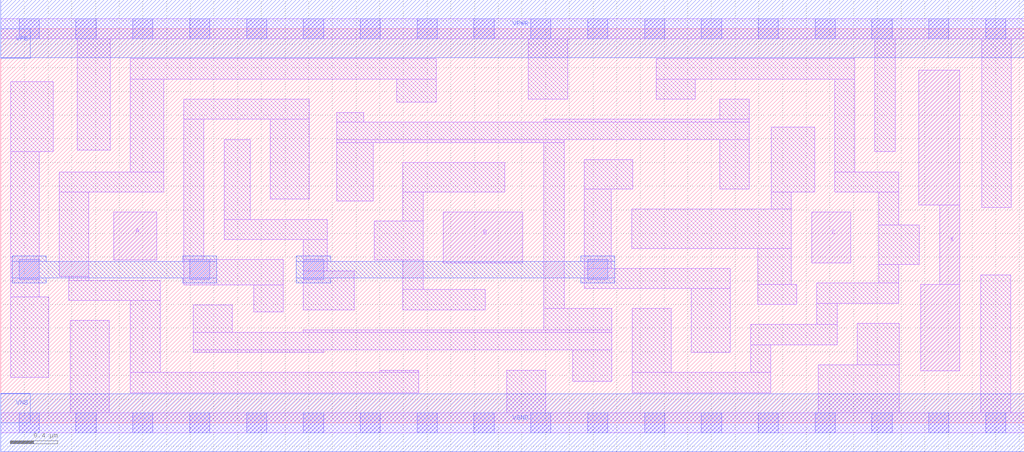
<source format=lef>
# Copyright 2020 The SkyWater PDK Authors
#
# Licensed under the Apache License, Version 2.0 (the "License");
# you may not use this file except in compliance with the License.
# You may obtain a copy of the License at
#
#     https://www.apache.org/licenses/LICENSE-2.0
#
# Unless required by applicable law or agreed to in writing, software
# distributed under the License is distributed on an "AS IS" BASIS,
# WITHOUT WARRANTIES OR CONDITIONS OF ANY KIND, either express or implied.
# See the License for the specific language governing permissions and
# limitations under the License.
#
# SPDX-License-Identifier: Apache-2.0

VERSION 5.5 ;
NAMESCASESENSITIVE ON ;
BUSBITCHARS "[]" ;
DIVIDERCHAR "/" ;
MACRO sky130_fd_sc_ms__xnor3_2
  CLASS CORE ;
  SOURCE USER ;
  ORIGIN  0.000000  0.000000 ;
  SIZE  8.640000 BY  3.330000 ;
  SYMMETRY X Y ;
  SITE unit ;
  PIN A
    ANTENNAGATEAREA  0.246000 ;
    DIRECTION INPUT ;
    USE SIGNAL ;
    PORT
      LAYER li1 ;
        RECT 0.955000 1.375000 1.315000 1.780000 ;
    END
  END A
  PIN B
    ANTENNAGATEAREA  0.693000 ;
    DIRECTION INPUT ;
    USE SIGNAL ;
    PORT
      LAYER li1 ;
        RECT 3.735000 1.350000 4.405000 1.780000 ;
    END
  END B
  PIN C
    ANTENNAGATEAREA  0.381000 ;
    DIRECTION INPUT ;
    USE SIGNAL ;
    PORT
      LAYER li1 ;
        RECT 6.845000 1.350000 7.175000 1.780000 ;
    END
  END C
  PIN X
    ANTENNADIFFAREA  0.543200 ;
    DIRECTION OUTPUT ;
    USE SIGNAL ;
    PORT
      LAYER li1 ;
        RECT 7.750000 1.840000 8.095000 2.980000 ;
        RECT 7.765000 0.440000 8.095000 1.170000 ;
        RECT 7.925000 1.170000 8.095000 1.840000 ;
    END
  END X
  PIN VGND
    DIRECTION INOUT ;
    USE GROUND ;
    PORT
      LAYER met1 ;
        RECT 0.000000 -0.245000 8.640000 0.245000 ;
    END
  END VGND
  PIN VNB
    DIRECTION INOUT ;
    USE GROUND ;
    PORT
    END
  END VNB
  PIN VPB
    DIRECTION INOUT ;
    USE POWER ;
    PORT
    END
  END VPB
  PIN VNB
    DIRECTION INOUT ;
    USE GROUND ;
    PORT
      LAYER met1 ;
        RECT 0.000000 0.000000 0.250000 0.250000 ;
    END
  END VNB
  PIN VPB
    DIRECTION INOUT ;
    USE POWER ;
    PORT
      LAYER met1 ;
        RECT 0.000000 3.080000 0.250000 3.330000 ;
    END
  END VPB
  PIN VPWR
    DIRECTION INOUT ;
    USE POWER ;
    PORT
      LAYER met1 ;
        RECT 0.000000 3.085000 8.640000 3.575000 ;
    END
  END VPWR
  OBS
    LAYER li1 ;
      RECT 0.000000 -0.085000 8.640000 0.085000 ;
      RECT 0.000000  3.245000 8.640000 3.415000 ;
      RECT 0.085000  0.385000 0.405000 1.065000 ;
      RECT 0.085000  1.065000 0.325000 2.290000 ;
      RECT 0.085000  2.290000 0.445000 2.885000 ;
      RECT 0.495000  1.235000 0.745000 1.950000 ;
      RECT 0.495000  1.950000 1.375000 2.120000 ;
      RECT 0.575000  1.035000 1.345000 1.205000 ;
      RECT 0.575000  1.205000 0.745000 1.235000 ;
      RECT 0.585000  0.085000 0.915000 0.865000 ;
      RECT 0.645000  2.305000 0.925000 3.245000 ;
      RECT 1.095000  0.255000 3.530000 0.425000 ;
      RECT 1.095000  0.425000 1.345000 1.035000 ;
      RECT 1.095000  2.120000 1.375000 2.905000 ;
      RECT 1.095000  2.905000 3.675000 3.075000 ;
      RECT 1.545000  1.165000 2.385000 1.380000 ;
      RECT 1.545000  1.380000 1.715000 2.565000 ;
      RECT 1.545000  2.565000 2.605000 2.735000 ;
      RECT 1.625000  0.595000 2.725000 0.615000 ;
      RECT 1.625000  0.615000 5.160000 0.765000 ;
      RECT 1.625000  0.765000 1.955000 0.995000 ;
      RECT 1.885000  1.550000 2.755000 1.720000 ;
      RECT 1.885000  1.720000 2.105000 2.395000 ;
      RECT 2.135000  0.935000 2.385000 1.165000 ;
      RECT 2.275000  1.890000 2.605000 2.565000 ;
      RECT 2.555000  0.765000 5.160000 0.785000 ;
      RECT 2.555000  0.955000 2.985000 1.285000 ;
      RECT 2.555000  1.285000 2.755000 1.550000 ;
      RECT 2.835000  1.875000 3.145000 2.370000 ;
      RECT 2.835000  2.370000 4.755000 2.395000 ;
      RECT 2.835000  2.395000 6.320000 2.540000 ;
      RECT 2.835000  2.540000 3.065000 2.620000 ;
      RECT 3.155000  1.375000 3.565000 1.705000 ;
      RECT 3.200000  0.425000 3.530000 0.445000 ;
      RECT 3.345000  2.710000 3.675000 2.905000 ;
      RECT 3.395000  0.955000 4.090000 1.125000 ;
      RECT 3.395000  1.125000 3.565000 1.375000 ;
      RECT 3.395000  1.705000 3.565000 1.950000 ;
      RECT 3.395000  1.950000 4.255000 2.200000 ;
      RECT 4.270000  0.085000 4.600000 0.445000 ;
      RECT 4.455000  2.735000 4.785000 3.245000 ;
      RECT 4.585000  0.785000 5.160000 0.965000 ;
      RECT 4.585000  0.965000 4.755000 2.370000 ;
      RECT 4.585000  2.540000 6.320000 2.565000 ;
      RECT 4.830000  0.350000 5.160000 0.615000 ;
      RECT 4.925000  1.135000 6.160000 1.305000 ;
      RECT 4.925000  1.305000 5.155000 1.975000 ;
      RECT 4.925000  1.975000 5.335000 2.225000 ;
      RECT 5.325000  1.475000 6.675000 1.805000 ;
      RECT 5.330000  0.255000 6.500000 0.425000 ;
      RECT 5.330000  0.425000 5.660000 0.965000 ;
      RECT 5.535000  2.735000 5.865000 2.905000 ;
      RECT 5.535000  2.905000 7.210000 3.075000 ;
      RECT 5.830000  0.595000 6.160000 1.135000 ;
      RECT 6.070000  1.975000 6.320000 2.395000 ;
      RECT 6.070000  2.565000 6.320000 2.735000 ;
      RECT 6.330000  0.425000 6.500000 0.660000 ;
      RECT 6.330000  0.660000 7.060000 0.830000 ;
      RECT 6.390000  1.000000 6.720000 1.170000 ;
      RECT 6.390000  1.170000 6.675000 1.475000 ;
      RECT 6.505000  1.805000 6.675000 1.950000 ;
      RECT 6.505000  1.950000 6.870000 2.500000 ;
      RECT 6.890000  0.830000 7.060000 1.010000 ;
      RECT 6.890000  1.010000 7.580000 1.180000 ;
      RECT 6.900000  0.085000 7.585000 0.490000 ;
      RECT 7.040000  1.950000 7.580000 2.120000 ;
      RECT 7.040000  2.120000 7.210000 2.905000 ;
      RECT 7.230000  0.490000 7.585000 0.840000 ;
      RECT 7.380000  2.290000 7.550000 3.245000 ;
      RECT 7.410000  1.180000 7.580000 1.340000 ;
      RECT 7.410000  1.340000 7.755000 1.670000 ;
      RECT 7.410000  1.670000 7.580000 1.950000 ;
      RECT 8.275000  0.085000 8.525000 1.250000 ;
      RECT 8.280000  1.820000 8.530000 3.245000 ;
    LAYER mcon ;
      RECT 0.155000 -0.085000 0.325000 0.085000 ;
      RECT 0.155000  1.210000 0.325000 1.380000 ;
      RECT 0.155000  3.245000 0.325000 3.415000 ;
      RECT 0.635000 -0.085000 0.805000 0.085000 ;
      RECT 0.635000  3.245000 0.805000 3.415000 ;
      RECT 1.115000 -0.085000 1.285000 0.085000 ;
      RECT 1.115000  3.245000 1.285000 3.415000 ;
      RECT 1.595000 -0.085000 1.765000 0.085000 ;
      RECT 1.595000  1.210000 1.765000 1.380000 ;
      RECT 1.595000  3.245000 1.765000 3.415000 ;
      RECT 2.075000 -0.085000 2.245000 0.085000 ;
      RECT 2.075000  3.245000 2.245000 3.415000 ;
      RECT 2.555000 -0.085000 2.725000 0.085000 ;
      RECT 2.555000  1.210000 2.725000 1.380000 ;
      RECT 2.555000  3.245000 2.725000 3.415000 ;
      RECT 3.035000 -0.085000 3.205000 0.085000 ;
      RECT 3.035000  3.245000 3.205000 3.415000 ;
      RECT 3.515000 -0.085000 3.685000 0.085000 ;
      RECT 3.515000  3.245000 3.685000 3.415000 ;
      RECT 3.995000 -0.085000 4.165000 0.085000 ;
      RECT 3.995000  3.245000 4.165000 3.415000 ;
      RECT 4.475000 -0.085000 4.645000 0.085000 ;
      RECT 4.475000  3.245000 4.645000 3.415000 ;
      RECT 4.955000 -0.085000 5.125000 0.085000 ;
      RECT 4.955000  1.210000 5.125000 1.380000 ;
      RECT 4.955000  3.245000 5.125000 3.415000 ;
      RECT 5.435000 -0.085000 5.605000 0.085000 ;
      RECT 5.435000  3.245000 5.605000 3.415000 ;
      RECT 5.915000 -0.085000 6.085000 0.085000 ;
      RECT 5.915000  3.245000 6.085000 3.415000 ;
      RECT 6.395000 -0.085000 6.565000 0.085000 ;
      RECT 6.395000  3.245000 6.565000 3.415000 ;
      RECT 6.875000 -0.085000 7.045000 0.085000 ;
      RECT 6.875000  3.245000 7.045000 3.415000 ;
      RECT 7.355000 -0.085000 7.525000 0.085000 ;
      RECT 7.355000  3.245000 7.525000 3.415000 ;
      RECT 7.835000 -0.085000 8.005000 0.085000 ;
      RECT 7.835000  3.245000 8.005000 3.415000 ;
      RECT 8.315000 -0.085000 8.485000 0.085000 ;
      RECT 8.315000  3.245000 8.485000 3.415000 ;
    LAYER met1 ;
      RECT 0.095000 1.180000 0.385000 1.225000 ;
      RECT 0.095000 1.225000 1.825000 1.365000 ;
      RECT 0.095000 1.365000 0.385000 1.410000 ;
      RECT 1.535000 1.180000 1.825000 1.225000 ;
      RECT 1.535000 1.365000 1.825000 1.410000 ;
      RECT 2.495000 1.180000 2.785000 1.225000 ;
      RECT 2.495000 1.225000 5.185000 1.365000 ;
      RECT 2.495000 1.365000 2.785000 1.410000 ;
      RECT 4.895000 1.180000 5.185000 1.225000 ;
      RECT 4.895000 1.365000 5.185000 1.410000 ;
  END
END sky130_fd_sc_ms__xnor3_2
END LIBRARY

</source>
